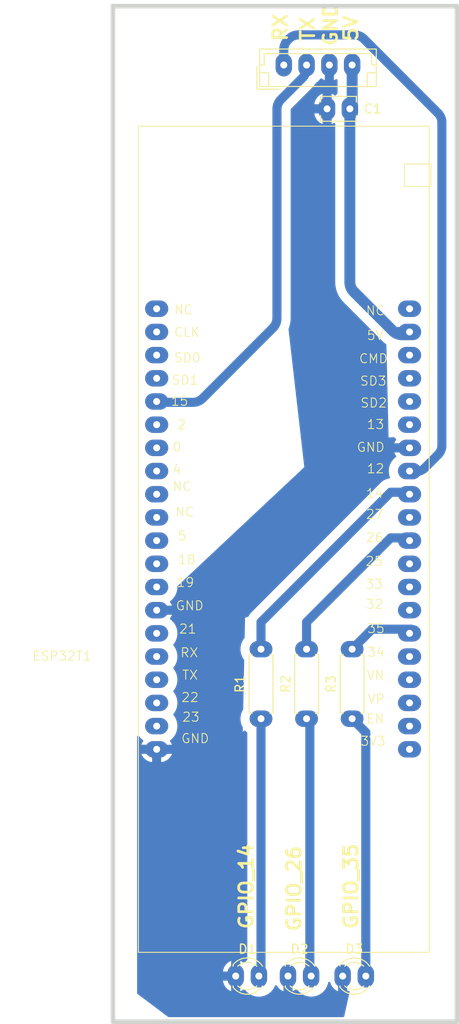
<source format=kicad_pcb>
(kicad_pcb (version 20240108) (generator "pcbnew") (generator_version "8.0")
  (layers (0 "F.Cu" signal) (31 "B.Cu" signal) (34 "B.Paste" user) (35 "F.Paste" user) (36 "B.SilkS" user "B.Silkscreen") (37 "F.SilkS" user "F.Silkscreen") (38 "B.Mask" user) (39 "F.Mask" user) (44 "Edge.Cuts" user))
  (net 0 "")
  (net 5 "/1")
  (net 6 "/2")
  (net 7 "/3")
  (net 8 "/RX")
  (net 9 "/LED2")
  (net 10 "/LED1")
  (net 11 "/TX")
  (net 12 "/LED3")
  (net 13 "GND")
  (net 14 "+5V")
  (footprint "MY_LIB:LED_D3.0mm" (layer "F.Cu") (at 115.46 148)
    (property "Reference" "D3" (at 1.27 -2.96 0) (layer "F.SilkS"))
    (property "Value" "LED")
    (fp_line (start -0.29 -1.236) (end -0.29 -1.08) (stroke (width 0.12)) (layer "F.SilkS"))
    (fp_line (start -0.29 1.08) (end -0.29 1.236) (stroke (width 0.12)) (layer "F.SilkS"))
    (fp_arc (start -0.29 -1.235516) (mid 1.366487 -1.987659) (end 2.942335 -1.078608) (stroke (width 0.12)) (layer "F.SilkS"))
    (fp_arc (start 0.229039 -1.08) (mid 1.270117 -1.5) (end 2.31113 -1.079837) (stroke (width 0.12)) (layer "F.SilkS"))
    (fp_arc (start 2.31113 1.079837) (mid 1.270117 1.5) (end 0.229039 1.08) (stroke (width 0.12)) (layer "F.SilkS"))
    (fp_arc (start 2.942335 1.078608) (mid 1.366487 1.987659) (end -0.29 1.235516) (stroke (width 0.12)) (layer "F.SilkS"))
    (pad "1" thru_hole oval (at 0 0) (size 1.8 2.5) (drill 0.762) (layers "*.Cu" "*.Mask") (net 13 "GND"))
    (pad "2" thru_hole oval (at 2.54 0) (size 1.8 2.5) (drill 0.762) (layers "*.Cu" "*.Mask") (net 7 "/3"))
  )
  (footprint "MY_LIB:Resistor_small" (layer "F.Cu") (at 116.5 119.81 90)
    (property "Reference" "R3" (at 3.81 -2.31 90) (layer "F.SilkS"))
    (property "Value" "R")
    (fp_line (start 7.02 -1.31) (end 7.02 -0.98) (stroke (width 0.12)) (layer "F.SilkS"))
    (fp_line (start 0.6 -1.31) (end 7.02 -1.31) (stroke (width 0.12)) (layer "F.SilkS"))
    (fp_line (start 0.6 -0.98) (end 0.6 -1.31) (stroke (width 0.12)) (layer "F.SilkS"))
    (fp_line (start 0.6 0.98) (end 0.6 1.31) (stroke (width 0.12)) (layer "F.SilkS"))
    (fp_line (start 7.02 1.31) (end 7.02 0.98) (stroke (width 0.12)) (layer "F.SilkS"))
    (fp_line (start 0.6 1.31) (end 7.02 1.31) (stroke (width 0.12)) (layer "F.SilkS"))
    (pad "1" thru_hole oval (at 0 0 90) (size 1.8 2.5) (drill 0.762) (layers "*.Cu" "*.Mask") (net 7 "/3"))
    (pad "2" thru_hole oval (at 7.62 0 90) (size 1.8 2.5) (drill 0.762) (layers "*.Cu" "*.Mask") (net 12 "/LED3"))
  )
  (footprint "ESP32_T18-3.0:ESP32_T18-3.0" (layer "F.Cu") (at 95.05 145.55)
    (property "Reference" "ESP32T1" (at -10.4 -32.6 0) (layer "F.SilkS") (effects (font (thickness 0.1))))
    (property "Value" "ESP32_T18 - 3.0")
    (fp_rect (start -2.005 -90.65) (end 29.905 -0.15) (stroke (width 0.1)) (fill none) (layer "F.SilkS"))
    (fp_rect (start 27.2 -86.5) (end 30.1 -84.05) (stroke (width 0.1)) (fill none) (layer "F.SilkS"))
    (fp_text user "35" (at 23.05 -35.05 0) (layer "F.SilkS") (effects (font (thickness 0.1)) (justify left bottom)))
    (fp_text user "18" (at 2.29 -42.59 0) (layer "F.SilkS") (effects (font (thickness 0.1)) (justify left bottom)))
    (fp_text user "4" (at 1.69 -52.44 0) (layer "F.SilkS") (effects (font (thickness 0.1)) (justify left bottom)))
    (fp_text user "34" (at 23.05 -32.45 0) (layer "F.SilkS") (effects (font (thickness 0.1)) (justify left bottom)))
    (fp_text user "3V3" (at 22.3 -22.7 0) (layer "F.SilkS") (effects (font (thickness 0.1)) (justify left bottom)))
    (fp_text user "14" (at 22.9 -49.85 0) (layer "F.SilkS") (effects (font (thickness 0.1)) (justify left bottom)))
    (fp_text user "5V" (at 23 -67.15 0) (layer "F.SilkS") (effects (font (thickness 0.1)) (justify left bottom)))
    (fp_text user "NC" (at 1.99 -47.79 0) (layer "F.SilkS") (effects (font (thickness 0.1)) (justify left bottom)))
    (fp_text user "SD3" (at 22.25 -62.15 0) (layer "F.SilkS") (effects (font (thickness 0.1)) (justify left bottom)))
    (fp_text user "22" (at 2.64 -27.49 0) (layer "F.SilkS") (effects (font (thickness 0.1)) (justify left bottom)))
    (fp_text user "23" (at 2.74 -25.34 0) (layer "F.SilkS") (effects (font (thickness 0.1)) (justify left bottom)))
    (fp_text user "GND" (at 2.64 -22.99 0) (layer "F.SilkS") (effects (font (thickness 0.1)) (justify left bottom)))
    (fp_text user "EN" (at 22.95 -25.15 0) (layer "F.SilkS") (effects (font (thickness 0.1)) (justify left bottom)))
    (fp_text user "SD2" (at 22.3 -59.75 0) (layer "F.SilkS") (effects (font (thickness 0.1)) (justify left bottom)))
    (fp_text user "26" (at 22.9 -45 0) (layer "F.SilkS") (effects (font (thickness 0.1)) (justify left bottom)))
    (fp_text user "5" (at 2.24 -45.19 0) (layer "F.SilkS") (effects (font (thickness 0.1)) (justify left bottom)))
    (fp_text user "NC" (at 1.69 -50.59 0) (layer "F.SilkS") (effects (font (thickness 0.1)) (justify left bottom)))
    (fp_text user "CMD" (at 22.15 -64.6 0) (layer "F.SilkS") (effects (font (thickness 0.1)) (justify left bottom)))
    (fp_text user "27" (at 22.9 -47.55 0) (layer "F.SilkS") (effects (font (thickness 0.1)) (justify left bottom)))
    (fp_text user "TX" (at 2.74 -29.94 0) (layer "F.SilkS") (effects (font (thickness 0.1)) (justify left bottom)))
    (fp_text user "21" (at 2.39 -34.99 0) (layer "F.SilkS") (effects (font (thickness 0.1)) (justify left bottom)))
    (fp_text user "SD0" (at 1.85 -64.7 0) (layer "F.SilkS") (effects (font (thickness 0.1)) (justify left bottom)))
    (fp_text user "SD1" (at 1.6 -62.25 0) (layer "F.SilkS") (effects (font (thickness 0.1)) (justify left bottom)))
    (fp_text user "25" (at 22.85 -42.4 0) (layer "F.SilkS") (effects (font (thickness 0.1)) (justify left bottom)))
    (fp_text user "13" (at 23 -57.4 0) (layer "F.SilkS") (effects (font (thickness 0.1)) (justify left bottom)))
    (fp_text user "19" (at 2.14 -40.09 0) (layer "F.SilkS") (effects (font (thickness 0.1)) (justify left bottom)))
    (fp_text user "2" (at 2.2 -57.35 0) (layer "F.SilkS") (effects (font (thickness 0.1)) (justify left bottom)))
    (fp_text user "12" (at 23 -52.55 0) (layer "F.SilkS") (effects (font (thickness 0.1)) (justify left bottom)))
    (fp_text user "RX" (at 2.54 -32.39 0) (layer "F.SilkS") (effects (font (thickness 0.1)) (justify left bottom)))
    (fp_text user "GND" (at 2.04 -37.54 0) (layer "F.SilkS") (effects (font (thickness 0.1)) (justify left bottom)))
    (fp_text user "GND" (at 21.9 -54.9 0) (layer "F.SilkS") (effects (font (thickness 0.1)) (justify left bottom)))
    (fp_text user "VP" (at 23.1 -27.3 0) (layer "F.SilkS") (effects (font (thickness 0.1)) (justify left bottom)))
    (fp_text user "32" (at 22.9 -37.7 0) (layer "F.SilkS") (effects (font (thickness 0.1)) (justify left bottom)))
    (fp_text user "CLK" (at 1.85 -67.5 0) (layer "F.SilkS") (effects (font (thickness 0.1)) (justify left bottom)))
    (fp_text user "33" (at 22.85 -39.9 0) (layer "F.SilkS") (effects (font (thickness 0.1)) (justify left bottom)))
    (fp_text user "VN" (at 23 -29.9 0) (layer "F.SilkS") (effects (font (thickness 0.1)) (justify left bottom)))
    (fp_text user "0" (at 1.69 -54.94 0) (layer "F.SilkS") (effects (font (thickness 0.1)) (justify left bottom)))
    (fp_text user "NC" (at 1.85 -69.95 0) (layer "F.SilkS") (effects (font (thickness 0.1)) (justify left bottom)))
    (fp_text user "NC" (at 22.9 -69.85 0) (layer "F.SilkS") (effects (font (thickness 0.1)) (justify left bottom)))
    (fp_text user "15" (at 1.5 -59.95 0) (layer "F.SilkS") (effects (font (thickness 0.1)) (justify left bottom)))
    (pad "0" thru_hole oval (at 0 -55.41) (size 2.54 1.8) (drill 0.762) (layers "*.Cu" "*.Mask"))
    (pad "2" thru_hole oval (at 0 -57.95) (size 2.54 1.8) (drill 0.762) (layers "*.Cu" "*.Mask"))
    (pad "3V3" thru_hole oval (at 27.75 -22.39) (size 2.54 1.8) (drill 0.762) (layers "*.Cu" "*.Mask"))
    (pad "4" thru_hole oval (at 0 -52.87) (size 2.54 1.8) (drill 0.762) (layers "*.Cu" "*.Mask"))
    (pad "5" thru_hole oval (at 0 -45.25) (size 2.54 1.8) (drill 0.762) (layers "*.Cu" "*.Mask"))
    (pad "5V" thru_hole oval (at 27.75 -68.11) (size 2.54 1.8) (drill 0.762) (layers "*.Cu" "*.Mask") (net 14 "+5V"))
    (pad "12" thru_hole oval (at 27.75 -52.87) (size 2.54 1.8) (drill 0.762) (layers "*.Cu" "*.Mask") (net 11 "/TX"))
    (pad "13" thru_hole oval (at 27.75 -57.95) (size 2.54 1.8) (drill 0.762) (layers "*.Cu" "*.Mask"))
    (pad "14" thru_hole oval (at 27.75 -50.33) (size 2.54 1.8) (drill 0.762) (layers "*.Cu" "*.Mask") (net 10 "/LED1"))
    (pad "15" thru_hole oval (at 0 -60.49) (size 2.54 1.8) (drill 0.762) (layers "*.Cu" "*.Mask") (net 8 "/RX"))
    (pad "18" thru_hole oval (at 0 -42.71) (size 2.54 1.8) (drill 0.762) (layers "*.Cu" "*.Mask"))
    (pad "19" thru_hole oval (at 0 -40.17) (size 2.54 1.8) (drill 0.762) (layers "*.Cu" "*.Mask" "Eco2.User"))
    (pad "21" thru_hole oval (at 0 -35.09) (size 2.54 1.8) (drill 0.762) (layers "*.Cu" "*.Mask"))
    (pad "22" thru_hole oval (at 0 -27.47) (size 2.54 1.8) (drill 0.762) (layers "*.Cu" "*.Mask"))
    (pad "23" thru_hole oval (at 0 -24.93) (size 2.54 1.8) (drill 0.762) (layers "*.Cu" "*.Mask"))
    (pad "25" thru_hole oval (at 27.75 -42.71) (size 2.54 1.8) (drill 0.762) (layers "*.Cu" "*.Mask"))
    (pad "26" thru_hole oval (at 27.75 -45.25) (size 2.54 1.8) (drill 0.762) (layers "*.Cu" "*.Mask") (net 9 "/LED2"))
    (pad "27" thru_hole oval (at 27.75 -47.79) (size 2.54 1.8) (drill 0.762) (layers "*.Cu" "*.Mask"))
    (pad "32" thru_hole oval (at 27.75 -37.63) (size 2.54 1.8) (drill 0.762) (layers "*.Cu" "*.Mask"))
    (pad "33" thru_hole oval (at 27.75 -40.17) (size 2.54 1.8) (drill 0.762) (layers "*.Cu" "*.Mask"))
    (pad "34" thru_hole oval (at 27.75 -32.55) (size 2.54 1.8) (drill 0.762) (layers "*.Cu" "*.Mask"))
    (pad "35" thru_hole oval (at 27.75 -35.09) (size 2.54 1.8) (drill 0.762) (layers "*.Cu" "*.Mask") (net 12 "/LED3"))
    (pad "CLK" thru_hole oval (at 0 -68.11) (size 2.54 1.8) (drill 0.762) (layers "*.Cu" "*.Mask"))
    (pad "CMD" thru_hole oval (at 27.75 -65.57) (size 2.54 1.8) (drill 0.762) (layers "*.Cu" "*.Mask"))
    (pad "EN" thru_hole oval (at 27.75 -24.93) (size 2.54 1.8) (drill 0.762) (layers "*.Cu" "*.Mask"))
    (pad "GND" thru_hole oval (at 0 -37.63) (size 2.54 1.8) (drill 0.762) (layers "*.Cu" "*.Mask") (net 13 "GND"))
    (pad "GND" thru_hole oval (at 0 -22.39) (size 2.54 1.8) (drill 0.762) (layers "*.Cu" "*.Mask") (net 13 "GND"))
    (pad "GND" thru_hole oval (at 27.75 -55.41) (size 2.54 1.8) (drill 0.762) (layers "*.Cu" "*.Mask") (net 13 "GND"))
    (pad "NC" thru_hole oval (at 0 -70.65) (size 2.54 1.8) (drill 0.762) (layers "*.Cu" "*.Mask"))
    (pad "NC" thru_hole oval (at 0 -50.33) (size 2.54 1.8) (drill 0.762) (layers "*.Cu" "*.Mask"))
    (pad "NC" thru_hole oval (at 0 -47.79) (size 2.54 1.8) (drill 0.762) (layers "*.Cu" "*.Mask"))
    (pad "NC" thru_hole oval (at 27.75 -70.65) (size 2.54 1.8) (drill 0.762) (layers "*.Cu" "*.Mask"))
    (pad "RX" thru_hole oval (at 0 -32.55) (size 2.54 1.8) (drill 0.762) (layers "*.Cu" "*.Mask"))
    (pad "SD0" thru_hole oval (at 0 -65.57) (size 2.54 1.8) (drill 0.762) (layers "*.Cu" "*.Mask"))
    (pad "SD1" thru_hole oval (at 0 -63.03) (size 2.54 1.8) (drill 0.762) (layers "*.Cu" "*.Mask"))
    (pad "SD2" thru_hole oval (at 27.75 -60.49) (size 2.54 1.8) (drill 0.762) (layers "*.Cu" "*.Mask"))
    (pad "SD3" thru_hole oval (at 27.75 -63.03) (size 2.54 1.8) (drill 0.762) (layers "*.Cu" "*.Mask"))
    (pad "TX" thru_hole oval (at 0 -30.01) (size 2.54 1.8) (drill 0.762) (layers "*.Cu" "*.Mask"))
    (pad "VN" thru_hole oval (at 27.75 -30.01) (size 2.54 1.8) (drill 0.762) (layers "*.Cu" "*.Mask"))
    (pad "VP" thru_hole oval (at 27.75 -27.47) (size 2.54 1.8) (drill 0.762) (layers "*.Cu" "*.Mask"))
  )
  (footprint "MY_LIB:Resistor_small" (layer "F.Cu") (at 106.5 119.81 90)
    (property "Reference" "R1" (at 3.81 -2.31 90) (layer "F.SilkS"))
    (property "Value" "R")
    (fp_line (start 7.02 -1.31) (end 7.02 -0.98) (stroke (width 0.12)) (layer "F.SilkS"))
    (fp_line (start 0.6 -1.31) (end 7.02 -1.31) (stroke (width 0.12)) (layer "F.SilkS"))
    (fp_line (start 0.6 -0.98) (end 0.6 -1.31) (stroke (width 0.12)) (layer "F.SilkS"))
    (fp_line (start 0.6 0.98) (end 0.6 1.31) (stroke (width 0.12)) (layer "F.SilkS"))
    (fp_line (start 7.02 1.31) (end 7.02 0.98) (stroke (width 0.12)) (layer "F.SilkS"))
    (fp_line (start 0.6 1.31) (end 7.02 1.31) (stroke (width 0.12)) (layer "F.SilkS"))
    (pad "1" thru_hole oval (at 0 0 90) (size 1.8 2.5) (drill 0.762) (layers "*.Cu" "*.Mask") (net 5 "/1"))
    (pad "2" thru_hole oval (at 7.62 0 90) (size 1.8 2.5) (drill 0.762) (layers "*.Cu" "*.Mask") (net 10 "/LED1"))
  )
  (footprint "MY_LIB:Resistor_small" (layer "F.Cu") (at 111.5 119.81 90)
    (property "Reference" "R2" (at 3.81 -2.31 90) (layer "F.SilkS"))
    (property "Value" "R")
    (fp_line (start 7.02 -1.31) (end 7.02 -0.98) (stroke (width 0.12)) (layer "F.SilkS"))
    (fp_line (start 0.6 -1.31) (end 7.02 -1.31) (stroke (width 0.12)) (layer "F.SilkS"))
    (fp_line (start 0.6 -0.98) (end 0.6 -1.31) (stroke (width 0.12)) (layer "F.SilkS"))
    (fp_line (start 0.6 0.98) (end 0.6 1.31) (stroke (width 0.12)) (layer "F.SilkS"))
    (fp_line (start 7.02 1.31) (end 7.02 0.98) (stroke (width 0.12)) (layer "F.SilkS"))
    (fp_line (start 0.6 1.31) (end 7.02 1.31) (stroke (width 0.12)) (layer "F.SilkS"))
    (pad "1" thru_hole oval (at 0 0 90) (size 1.8 2.5) (drill 0.762) (layers "*.Cu" "*.Mask") (net 6 "/2"))
    (pad "2" thru_hole oval (at 7.62 0 90) (size 1.8 2.5) (drill 0.762) (layers "*.Cu" "*.Mask") (net 9 "/LED2"))
  )
  (footprint "MY_LIB:LED_D3.0mm" (layer "F.Cu") (at 103.725 148)
    (property "Reference" "D1" (at 1.27 -2.96 0) (layer "F.SilkS"))
    (property "Value" "LED")
    (fp_line (start -0.29 -1.236) (end -0.29 -1.08) (stroke (width 0.12)) (layer "F.SilkS"))
    (fp_line (start -0.29 1.08) (end -0.29 1.236) (stroke (width 0.12)) (layer "F.SilkS"))
    (fp_arc (start -0.29 -1.235516) (mid 1.366487 -1.987659) (end 2.942335 -1.078608) (stroke (width 0.12)) (layer "F.SilkS"))
    (fp_arc (start 0.229039 -1.08) (mid 1.270117 -1.5) (end 2.31113 -1.079837) (stroke (width 0.12)) (layer "F.SilkS"))
    (fp_arc (start 2.31113 1.079837) (mid 1.270117 1.5) (end 0.229039 1.08) (stroke (width 0.12)) (layer "F.SilkS"))
    (fp_arc (start 2.942335 1.078608) (mid 1.366487 1.987659) (end -0.29 1.235516) (stroke (width 0.12)) (layer "F.SilkS"))
    (pad "1" thru_hole oval (at 0 0) (size 1.8 2.5) (drill 0.762) (layers "*.Cu" "*.Mask") (net 13 "GND"))
    (pad "2" thru_hole oval (at 2.54 0) (size 1.8 2.5) (drill 0.762) (layers "*.Cu" "*.Mask") (net 5 "/1"))
  )
  (footprint "MY_LIB:Capacitor_Disc_Small" (layer "F.Cu") (at 116.25 53 180)
    (property "Reference" "C1" (at -2.5 0 0) (layer "F.SilkS"))
    (property "Value" "C")
    (fp_line (start 3.21 0.75) (end 3.21 1.36) (stroke (width 0.12)) (layer "F.SilkS"))
    (fp_line (start 3.21 -1.36) (end 3.21 -0.75) (stroke (width 0.12)) (layer "F.SilkS"))
    (fp_line (start -0.71 1.36) (end 3.21 1.36) (stroke (width 0.12)) (layer "F.SilkS"))
    (fp_line (start -0.71 0.75) (end -0.71 1.36) (stroke (width 0.12)) (layer "F.SilkS"))
    (fp_line (start -0.71 -1.36) (end 3.21 -1.36) (stroke (width 0.12)) (layer "F.SilkS"))
    (fp_line (start -0.71 -1.36) (end -0.71 -0.75) (stroke (width 0.12)) (layer "F.SilkS"))
    (pad "1" thru_hole oval (at 0 0 180) (size 1.8 2.5) (drill 0.762) (layers "*.Cu" "*.Mask") (net 14 "+5V"))
    (pad "2" thru_hole oval (at 2.5 0 180) (size 1.8 2.5) (drill 0.762) (layers "*.Cu" "*.Mask") (net 13 "GND"))
  )
  (footprint "MY_LIB:LED_D3.0mm" (layer "F.Cu") (at 109.46 148)
    (property "Reference" "D2" (at 1.27 -2.96 0) (layer "F.SilkS"))
    (property "Value" "LED")
    (fp_line (start -0.29 -1.236) (end -0.29 -1.08) (stroke (width 0.12)) (layer "F.SilkS"))
    (fp_line (start -0.29 1.08) (end -0.29 1.236) (stroke (width 0.12)) (layer "F.SilkS"))
    (fp_arc (start -0.29 -1.235516) (mid 1.366487 -1.987659) (end 2.942335 -1.078608) (stroke (width 0.12)) (layer "F.SilkS"))
    (fp_arc (start 0.229039 -1.08) (mid 1.270117 -1.5) (end 2.31113 -1.079837) (stroke (width 0.12)) (layer "F.SilkS"))
    (fp_arc (start 2.31113 1.079837) (mid 1.270117 1.5) (end 0.229039 1.08) (stroke (width 0.12)) (layer "F.SilkS"))
    (fp_arc (start 2.942335 1.078608) (mid 1.366487 1.987659) (end -0.29 1.235516) (stroke (width 0.12)) (layer "F.SilkS"))
    (pad "1" thru_hole oval (at 0 0) (size 1.8 2.5) (drill 0.762) (layers "*.Cu" "*.Mask") (net 13 "GND"))
    (pad "2" thru_hole oval (at 2.54 0) (size 1.8 2.5) (drill 0.762) (layers "*.Cu" "*.Mask") (net 6 "/2"))
  )
  (footprint "MY_LIB:jst_4" (layer "F.Cu") (at 109 48.2)
    (property "Reference" "J1" (hide yes))
    (property "Value" "Conn_01x04_Pin" (hide yes))
    (fp_line (start -2.95 0.15) (end -2.95 2.65) (stroke (width 0.12)) (layer "F.SilkS"))
    (fp_line (start -2.95 2.65) (end -0.45 2.65) (stroke (width 0.12)) (layer "F.SilkS"))
    (fp_line (start -2.65 -1.75) (end -2.65 2.35) (stroke (width 0.12)) (layer "F.SilkS"))
    (fp_line (start -2.65 0) (end -2.15 0) (stroke (width 0.12)) (layer "F.SilkS"))
    (fp_line (start -2.65 0.85) (end -1.65 0.85) (stroke (width 0.12)) (layer "F.SilkS"))
    (fp_line (start -2.65 2.35) (end 10.15 2.35) (stroke (width 0.12)) (layer "F.SilkS"))
    (fp_line (start -2.15 -1.25) (end 9.65 -1.25) (stroke (width 0.12)) (layer "F.SilkS"))
    (fp_line (start -2.15 0) (end -2.15 -1.25) (stroke (width 0.12)) (layer "F.SilkS"))
    (fp_line (start -1.65 0.85) (end -1.65 2.35) (stroke (width 0.12)) (layer "F.SilkS"))
    (fp_line (start 9.15 0.85) (end 9.15 2.35) (stroke (width 0.12)) (layer "F.SilkS"))
    (fp_line (start 9.65 -1.25) (end 9.65 0) (stroke (width 0.12)) (layer "F.SilkS"))
    (fp_line (start 9.65 0) (end 10.15 0) (stroke (width 0.12)) (layer "F.SilkS"))
    (fp_line (start 10.15 -1.75) (end -2.65 -1.75) (stroke (width 0.12)) (layer "F.SilkS"))
    (fp_line (start 10.15 0.85) (end 9.15 0.85) (stroke (width 0.12)) (layer "F.SilkS"))
    (fp_line (start 10.15 2.35) (end 10.15 -1.75) (stroke (width 0.12)) (layer "F.SilkS"))
    (pad "1" thru_hole oval (at 0 0) (size 1.8 2.5) (drill 0.762) (layers "*.Cu" "*.Mask") (net 11 "/TX"))
    (pad "2" thru_hole oval (at 2.5 0) (size 1.8 2.5) (drill 0.762) (layers "*.Cu" "*.Mask") (net 8 "/RX"))
    (pad "3" thru_hole oval (at 5 0) (size 1.8 2.5) (drill 0.762) (layers "*.Cu" "*.Mask") (net 13 "GND"))
    (pad "4" thru_hole oval (at 7.5 0) (size 1.8 2.5) (drill 0.762) (layers "*.Cu" "*.Mask") (net 14 "+5V"))
  )
  (gr_rect (start 90.25 41.75) (end 128 153) (stroke (width 0.5)) (fill none) (layer "Edge.Cuts"))
  (gr_text "GPIO_26" (at 111 143.25 90) (layer "F.SilkS") (effects (font (size 1.5 1.5) (thickness 0.3) (bold yes)) (justify left bottom)))
  (gr_text "5V" (at 117.25 45.75 90) (layer "F.SilkS") (effects (font (size 1.5 1.5) (thickness 0.3) (bold yes)) (justify left bottom)))
  (gr_text "GPIO_35" (at 117.25 143 90) (layer "F.SilkS") (effects (font (size 1.5 1.5) (thickness 0.3) (bold yes)) (justify left bottom)))
  (gr_text "GND" (at 115 46.25 90) (layer "F.SilkS") (effects (font (size 1.5 1.5) (thickness 0.3) (bold yes)) (justify left bottom)))
  (gr_text "TX" (at 112.5 45.75 90) (layer "F.SilkS") (effects (font (size 1.5 1.5) (thickness 0.3) (bold yes)) (justify left bottom)))
  (gr_text "GPIO_14" (at 105.75 143 90) (layer "F.SilkS") (effects (font (size 1.5 1.5) (thickness 0.3) (bold yes)) (justify left bottom)))
  (gr_text "RX" (at 109.5 45.75 90) (layer "F.SilkS") (effects (font (size 1.5 1.5) (thickness 0.3) (bold yes)) (justify left bottom)))
  (segment (start 106.5 119.81) (end 106.5 147.765) (width 1) (layer "B.Cu") (net 5))
  (segment (start 106.5 147.765) (end 106.265 148) (width 1) (layer "B.Cu") (net 5))
  (segment (start 111.86 120.17) (end 111.86 148.5) (width 1) (layer "B.Cu") (net 6))
  (segment (start 111.5 119.81) (end 111.86 120.17) (width 1) (layer "B.Cu") (net 6))
  (segment (start 118 121.31) (end 118 148) (width 1) (layer "B.Cu") (net 7))
  (segment (start 116.5 119.81) (end 118 121.31) (width 1) (layer "B.Cu") (net 7))
  (segment (start 111.45 48.25) (end 111.5 48.2) (width 0.8) (layer "B.Cu") (net 8))
  (segment (start 99.03868 85.15) (end 95.05 85.15) (width 1) (layer "B.Cu") (net 8))
  (segment (start 108.25 53.03259) (end 108.25 75.93868) (width 1) (layer "B.Cu") (net 8))
  (segment (start 107.81066 76.99934) (end 100.09934 84.71066) (width 1) (layer "B.Cu") (net 8))
  (segment (start 111.06066 49.60061) (end 108.68934 51.97193) (width 1) (layer "B.Cu") (net 8))
  (segment (start 111.5 48.2) (end 111.5 48.53995) (width 1) (layer "B.Cu") (net 8))
  (arc (start 100.09934 84.71066) (mid 99.612705 85.035819) (end 99.03868 85.15) (width 1) (layer "B.Cu") (net 8))
  (arc (start 111.5 48.53995) (mid 111.385819 49.113975) (end 111.06066 49.60061) (width 1) (layer "B.Cu") (net 8))
  (arc (start 108.25 75.93868) (mid 108.135819 76.512705) (end 107.81066 76.99934) (width 1) (layer "B.Cu") (net 8))
  (arc (start 108.25 53.03259) (mid 108.364181 52.458565) (end 108.68934 51.97193) (width 1) (layer "B.Cu") (net 8))
  (segment (start 120.73 100) (end 111.5 109.23) (width 1) (layer "B.Cu") (net 9))
  (segment (start 111.5 109.23) (end 111.5 112.19) (width 1) (layer "B.Cu") (net 9))
  (segment (start 123 100) (end 120.73 100) (width 1) (layer "B.Cu") (net 9))
  (segment (start 120.73 95) (end 106.5 109.23) (width 1) (layer "B.Cu") (net 10))
  (segment (start 123 95) (end 120.73 95) (width 1) (layer "B.Cu") (net 10))
  (segment (start 106.5 109.23) (end 106.5 112.19) (width 1) (layer "B.Cu") (net 10))
  (segment (start 126.35 54.52132) (end 126.35 89.842793) (width 1) (layer "B.Cu") (net 11))
  (segment (start 109.43934 45.46066) (end 109.56066 45.33934) (width 1) (layer "B.Cu") (net 11))
  (segment (start 109 48.2) (end 109 46.52132) (width 1) (layer "B.Cu") (net 11))
  (segment (start 110.62132 44.9) (end 116.72868 44.9) (width 1) (layer "B.Cu") (net 11))
  (segment (start 123.442793 92.75) (end 122.8 92.75) (width 1) (layer "B.Cu") (net 11))
  (segment (start 125.91066 90.903453) (end 124.503453 92.31066) (width 1) (layer "B.Cu") (net 11))
  (segment (start 117.78934 45.33934) (end 125.91066 53.46066) (width 1) (layer "B.Cu") (net 11))
  (arc (start 124.503453 92.31066) (mid 124.016818 92.635819) (end 123.442793 92.75) (width 1) (layer "B.Cu") (net 11))
  (arc (start 109.56066 45.33934) (mid 110.047295 45.014181) (end 110.62132 44.9) (width 1) (layer "B.Cu") (net 11))
  (arc (start 125.91066 53.46066) (mid 126.235819 53.947295) (end 126.35 54.52132) (width 1) (layer "B.Cu") (net 11))
  (arc (start 125.91066 90.903453) (mid 126.235819 90.416818) (end 126.35 89.842793) (width 1) (layer "B.Cu") (net 11))
  (arc (start 117.78934 45.33934) (mid 117.302705 45.014181) (end 116.72868 44.9) (width 1) (layer "B.Cu") (net 11))
  (arc (start 109.43934 45.46066) (mid 109.114181 45.947295) (end 109 46.52132) (width 1) (layer "B.Cu") (net 11))
  (segment (start 123 110) (end 118.69 110) (width 1) (layer "B.Cu") (net 12))
  (segment (start 118.69 110) (end 116.5 112.19) (width 1) (layer "B.Cu") (net 12))
  (segment (start 116.68934 73.044874) (end 120.955126 77.31066) (width 1.2) (layer "B.Cu") (net 14))
  (segment (start 116.25 53) (end 116.25 71.984214) (width 1.2) (layer "B.Cu") (net 14))
  (segment (start 122.015786 77.75) (end 122.8 77.75) (width 1.2) (layer "B.Cu") (net 14))
  (segment (start 123 77.5) (end 121.594466 77.5) (width 1.2) (layer "B.Cu") (net 14))
  (segment (start 116.5 52.75) (end 116.5 48.2) (width 1.2) (layer "B.Cu") (net 14))
  (segment (start 116.25 53) (end 116.5 52.75) (width 1.2) (layer "B.Cu") (net 14))
  (arc (start 116.68934 73.044874) (mid 116.364181 72.558239) (end 116.25 71.984214) (width 1.2) (layer "B.Cu") (net 14))
  (arc (start 120.955126 77.31066) (mid 121.441761 77.635819) (end 122.015786 77.75) (width 1.2) (layer "B.Cu") (net 14))
  (zone (net 0) (net_name "") (layer "B.Cu") (connect_pads (clearance 0)) (min_thickness 0.25)
    (keepout (tracks allowed) (vias allowed) (pads allowed) (copperpour not_allowed) (footprints allowed))
    (fill (thermal_gap 0.5) (thermal_bridge_width 0.5))
    (polygon (pts (xy 121.75 103.5) (xy 104.5 121.25) (xy 104.75 108.75)))
  )
  (zone (net 0) (net_name "") (layer "B.Cu") (connect_pads (clearance 0)) (min_thickness 0.25)
    (keepout (tracks allowed) (vias allowed) (pads allowed) (copperpour not_allowed) (footprints allowed))
    (fill (thermal_gap 0.5) (thermal_bridge_width 0.5))
    (polygon (pts (xy 107 147.75) (xy 118.25 147.75) (xy 106.5 141.5)))
  )
  (zone (net 0) (net_name "") (layer "B.Cu") (connect_pads (clearance 0)) (min_thickness 0.25)
    (keepout (tracks allowed) (vias allowed) (pads allowed) (copperpour not_allowed) (footprints allowed))
    (fill (thermal_gap 0.5) (thermal_bridge_width 0.5))
    (polygon (pts (xy 116.5 148.5) (xy 115.5 153) (xy 119.5 148.5)))
  )
  (zone (net 13) (net_name "GND") (layer "B.Cu") (connect_pads (clearance 0.5)) (min_thickness 0.25) (fill yes (thermal_gap 0.5) (thermal_bridge_width 1))
    (polygon (pts (xy 92.9 41.65) (xy 128 41.75) (xy 128 153) (xy 92.9 152.9)))
  )
  (zone (net 0) (net_name "") (layer "B.Cu") (connect_pads (clearance 0)) (min_thickness 0.25)
    (keepout (tracks not_allowed) (vias not_allowed) (pads not_allowed) (copperpour not_allowed) (footprints allowed))
    (fill (thermal_gap 0.5) (thermal_bridge_width 0.5))
    (polygon (pts (xy 109.5 77) (xy 111.25 92.25) (xy 92.45 109.85)))
  )
  (zone (net 0) (net_name "") (layer "B.Cu") (connect_pads (clearance 0)) (min_thickness 0.25)
    (keepout (tracks allowed) (vias allowed) (pads allowed) (copperpour not_allowed) (footprints allowed))
    (fill (thermal_gap 0.5) (thermal_bridge_width 0.5))
    (polygon (pts (xy 92 149.25) (xy 97 153) (xy 92 151.75)))
  )
  (zone (net 0) (net_name "") (layer "B.Cu") (connect_pads (clearance 0)) (min_thickness 0.25)
    (keepout (tracks allowed) (vias allowed) (pads allowed) (copperpour not_allowed) (footprints allowed))
    (fill (thermal_gap 0.5) (thermal_bridge_width 0.5))
    (polygon (pts (xy 120.25 78.25) (xy 120.5 89) (xy 125 88.75)))
  )
)
</source>
